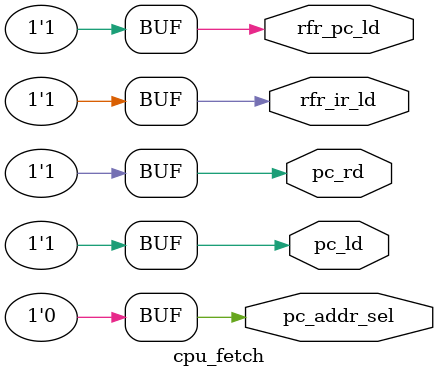
<source format=sv>
module cpu_fetch
(
output logic pc_ld,
output logic rfr_pc_ld,
output logic rfr_ir_ld,
output logic pc_rd,
output logic pc_addr_sel
);

// TODO: edit for jump ops
always_comb begin
	pc_ld = 1'b1;
	rfr_pc_ld = 1'b1;
	rfr_ir_ld = 1'b1;
	pc_rd = 1'b1;
	pc_addr_sel = 1'b0;
end

endmodule
</source>
